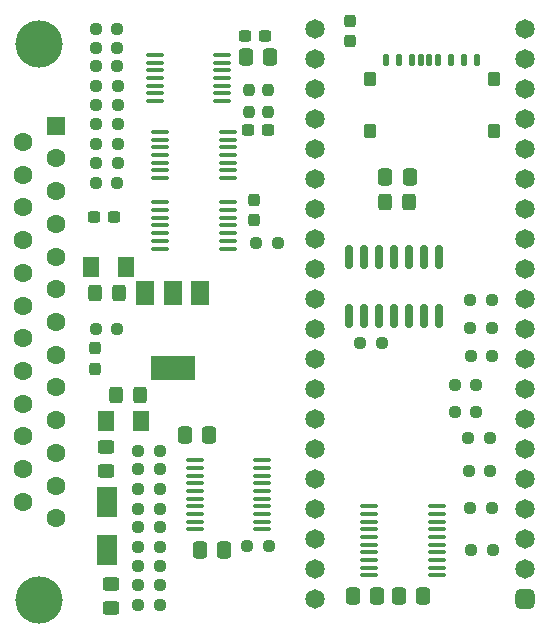
<source format=gbr>
%TF.GenerationSoftware,KiCad,Pcbnew,8.0.4-8.0.4-0~ubuntu22.04.1*%
%TF.CreationDate,2024-07-18T13:03:20-06:00*%
%TF.ProjectId,DB25_External,44423235-5f45-4787-9465-726e616c2e6b,rev?*%
%TF.SameCoordinates,Original*%
%TF.FileFunction,Soldermask,Top*%
%TF.FilePolarity,Negative*%
%FSLAX46Y46*%
G04 Gerber Fmt 4.6, Leading zero omitted, Abs format (unit mm)*
G04 Created by KiCad (PCBNEW 8.0.4-8.0.4-0~ubuntu22.04.1) date 2024-07-18 13:03:20*
%MOMM*%
%LPD*%
G01*
G04 APERTURE LIST*
G04 Aperture macros list*
%AMRoundRect*
0 Rectangle with rounded corners*
0 $1 Rounding radius*
0 $2 $3 $4 $5 $6 $7 $8 $9 X,Y pos of 4 corners*
0 Add a 4 corners polygon primitive as box body*
4,1,4,$2,$3,$4,$5,$6,$7,$8,$9,$2,$3,0*
0 Add four circle primitives for the rounded corners*
1,1,$1+$1,$2,$3*
1,1,$1+$1,$4,$5*
1,1,$1+$1,$6,$7*
1,1,$1+$1,$8,$9*
0 Add four rect primitives between the rounded corners*
20,1,$1+$1,$2,$3,$4,$5,0*
20,1,$1+$1,$4,$5,$6,$7,0*
20,1,$1+$1,$6,$7,$8,$9,0*
20,1,$1+$1,$8,$9,$2,$3,0*%
G04 Aperture macros list end*
%ADD10RoundRect,0.250001X0.462499X0.624999X-0.462499X0.624999X-0.462499X-0.624999X0.462499X-0.624999X0*%
%ADD11R,1.500000X2.000000*%
%ADD12R,3.800000X2.000000*%
%ADD13RoundRect,0.412500X0.412500X0.412500X-0.412500X0.412500X-0.412500X-0.412500X0.412500X-0.412500X0*%
%ADD14C,1.650000*%
%ADD15RoundRect,0.250000X0.325000X0.450000X-0.325000X0.450000X-0.325000X-0.450000X0.325000X-0.450000X0*%
%ADD16RoundRect,0.250000X0.450000X-0.325000X0.450000X0.325000X-0.450000X0.325000X-0.450000X-0.325000X0*%
%ADD17R,1.800000X2.500000*%
%ADD18RoundRect,0.237500X0.250000X0.237500X-0.250000X0.237500X-0.250000X-0.237500X0.250000X-0.237500X0*%
%ADD19RoundRect,0.237500X-0.250000X-0.237500X0.250000X-0.237500X0.250000X0.237500X-0.250000X0.237500X0*%
%ADD20RoundRect,0.237500X-0.237500X0.287500X-0.237500X-0.287500X0.237500X-0.287500X0.237500X0.287500X0*%
%ADD21RoundRect,0.250000X0.337500X0.475000X-0.337500X0.475000X-0.337500X-0.475000X0.337500X-0.475000X0*%
%ADD22RoundRect,0.237500X0.237500X-0.287500X0.237500X0.287500X-0.237500X0.287500X-0.237500X-0.287500X0*%
%ADD23RoundRect,0.100000X0.637500X0.100000X-0.637500X0.100000X-0.637500X-0.100000X0.637500X-0.100000X0*%
%ADD24RoundRect,0.250000X-0.337500X-0.475000X0.337500X-0.475000X0.337500X0.475000X-0.337500X0.475000X0*%
%ADD25RoundRect,0.125000X-0.125000X-0.415000X0.125000X-0.415000X0.125000X0.415000X-0.125000X0.415000X0*%
%ADD26RoundRect,0.262500X-0.262500X-0.337500X0.262500X-0.337500X0.262500X0.337500X-0.262500X0.337500X0*%
%ADD27RoundRect,0.150000X0.150000X-0.825000X0.150000X0.825000X-0.150000X0.825000X-0.150000X-0.825000X0*%
%ADD28RoundRect,0.237500X0.300000X0.237500X-0.300000X0.237500X-0.300000X-0.237500X0.300000X-0.237500X0*%
%ADD29RoundRect,0.100000X-0.637500X-0.100000X0.637500X-0.100000X0.637500X0.100000X-0.637500X0.100000X0*%
%ADD30RoundRect,0.250000X-0.450000X0.325000X-0.450000X-0.325000X0.450000X-0.325000X0.450000X0.325000X0*%
%ADD31C,4.000000*%
%ADD32R,1.600000X1.600000*%
%ADD33C,1.600000*%
%ADD34RoundRect,0.237500X0.237500X-0.300000X0.237500X0.300000X-0.237500X0.300000X-0.237500X-0.300000X0*%
%ADD35RoundRect,0.237500X0.237500X-0.250000X0.237500X0.250000X-0.237500X0.250000X-0.237500X-0.250000X0*%
%ADD36RoundRect,0.237500X-0.237500X0.250000X-0.237500X-0.250000X0.237500X-0.250000X0.237500X0.250000X0*%
G04 APERTURE END LIST*
D10*
%TO.C,C3*%
X113357500Y-95990000D03*
X110382500Y-95990000D03*
%TD*%
%TO.C,C4*%
X114688400Y-109042200D03*
X111713400Y-109042200D03*
%TD*%
D11*
%TO.C,U3*%
X119622600Y-98247200D03*
X117322600Y-98247200D03*
D12*
X117322600Y-104547200D03*
D11*
X115022600Y-98247200D03*
%TD*%
D13*
%TO.C,RP1*%
X147196660Y-124104400D03*
D14*
X147196660Y-121564400D03*
X147196660Y-119024400D03*
X147196660Y-116484400D03*
X147196660Y-113944400D03*
X147196660Y-111404400D03*
X147196660Y-108864400D03*
X147196660Y-106324400D03*
X147196660Y-103784400D03*
X147196660Y-101244400D03*
X147196660Y-98704400D03*
X147196660Y-96164400D03*
X147196660Y-93624400D03*
X147196660Y-91084400D03*
X147196660Y-88544400D03*
X147196660Y-86004400D03*
X147196660Y-83464400D03*
X147196660Y-80924400D03*
X147196660Y-78384400D03*
X147196660Y-75844400D03*
X129416660Y-75844400D03*
X129416660Y-78384400D03*
X129416660Y-80924400D03*
X129416660Y-83464400D03*
X129416660Y-86004400D03*
X129416660Y-88544400D03*
X129416660Y-91084400D03*
X129416660Y-93624400D03*
X129416660Y-96164400D03*
X129416660Y-98704400D03*
X129416660Y-101244400D03*
X129416660Y-103784400D03*
X129416660Y-106324400D03*
X129416660Y-108864400D03*
X129416660Y-111404400D03*
X129416660Y-113944400D03*
X129416660Y-116484400D03*
X129416660Y-119024400D03*
X129416660Y-121564400D03*
X129416660Y-124104400D03*
%TD*%
D15*
%TO.C,C2*%
X112801400Y-98247200D03*
X110751400Y-98247200D03*
%TD*%
%TO.C,C5*%
X114588400Y-106857800D03*
X112538400Y-106857800D03*
%TD*%
D16*
%TO.C,C6*%
X111709200Y-113327400D03*
X111709200Y-111277400D03*
%TD*%
D15*
%TO.C,C12*%
X137352760Y-90533600D03*
X135302760Y-90533600D03*
%TD*%
D17*
%TO.C,D1*%
X111760000Y-119951000D03*
X111760000Y-115951000D03*
%TD*%
D18*
%TO.C,R18*%
X144222500Y-113320000D03*
X142397500Y-113320000D03*
%TD*%
D19*
%TO.C,R39*%
X114405400Y-119748800D03*
X116230400Y-119748800D03*
%TD*%
%TO.C,R4*%
X110843700Y-82270600D03*
X112668700Y-82270600D03*
%TD*%
%TO.C,R33*%
X114405400Y-114821200D03*
X116230400Y-114821200D03*
%TD*%
%TO.C,R36*%
X114405400Y-124600200D03*
X116230400Y-124600200D03*
%TD*%
D18*
%TO.C,R56*%
X112623600Y-101295200D03*
X110798600Y-101295200D03*
%TD*%
D20*
%TO.C,D2*%
X132310000Y-75180000D03*
X132310000Y-76930000D03*
%TD*%
D19*
%TO.C,R5*%
X110843700Y-85598000D03*
X112668700Y-85598000D03*
%TD*%
%TO.C,R35*%
X114405400Y-111570000D03*
X116230400Y-111570000D03*
%TD*%
%TO.C,R1*%
X114405400Y-116497600D03*
X116230400Y-116497600D03*
%TD*%
D21*
%TO.C,C8*%
X134640000Y-123840000D03*
X132565000Y-123840000D03*
%TD*%
D19*
%TO.C,R38*%
X114405400Y-121323600D03*
X116230400Y-121323600D03*
%TD*%
%TO.C,R9*%
X110820200Y-79044800D03*
X112645200Y-79044800D03*
%TD*%
D22*
%TO.C,D3*%
X110794800Y-104634000D03*
X110794800Y-102884000D03*
%TD*%
D19*
%TO.C,R40*%
X114405400Y-118072400D03*
X116230400Y-118072400D03*
%TD*%
D23*
%TO.C,U4*%
X139692500Y-122135000D03*
X139692500Y-121485000D03*
X139692500Y-120835000D03*
X139692500Y-120185000D03*
X139692500Y-119535000D03*
X139692500Y-118885000D03*
X139692500Y-118235000D03*
X139692500Y-117585000D03*
X139692500Y-116935000D03*
X139692500Y-116285000D03*
X133967500Y-116285000D03*
X133967500Y-116935000D03*
X133967500Y-117585000D03*
X133967500Y-118235000D03*
X133967500Y-118885000D03*
X133967500Y-119535000D03*
X133967500Y-120185000D03*
X133967500Y-120835000D03*
X133967500Y-121485000D03*
X133967500Y-122135000D03*
%TD*%
D18*
%TO.C,R13*%
X144340000Y-101230000D03*
X142515000Y-101230000D03*
%TD*%
%TO.C,R19*%
X144370000Y-116450000D03*
X142545000Y-116450000D03*
%TD*%
D24*
%TO.C,C15*%
X118372500Y-110210000D03*
X120447500Y-110210000D03*
%TD*%
D18*
%TO.C,R14*%
X144380000Y-103550000D03*
X142555000Y-103550000D03*
%TD*%
D19*
%TO.C,R11*%
X133217500Y-102450000D03*
X135042500Y-102450000D03*
%TD*%
%TO.C,R3*%
X110845600Y-83947000D03*
X112670600Y-83947000D03*
%TD*%
%TO.C,R7*%
X110816400Y-75895200D03*
X112641400Y-75895200D03*
%TD*%
D24*
%TO.C,C16*%
X123512500Y-78250000D03*
X125587500Y-78250000D03*
%TD*%
D19*
%TO.C,R8*%
X110820200Y-77470000D03*
X112645200Y-77470000D03*
%TD*%
%TO.C,R2*%
X110818300Y-88925400D03*
X112643300Y-88925400D03*
%TD*%
D25*
%TO.C,SD2*%
X135425000Y-78460000D03*
X136525000Y-78460000D03*
X137625000Y-78460000D03*
X138375000Y-78460000D03*
X139075000Y-78460000D03*
X139825000Y-78460000D03*
X140925000Y-78460000D03*
X142025000Y-78460000D03*
X143125000Y-78460000D03*
D26*
X134050000Y-80100000D03*
X134050000Y-84550000D03*
X144500000Y-80100000D03*
X144500000Y-84550000D03*
%TD*%
D18*
%TO.C,R16*%
X143027400Y-108280200D03*
X141202400Y-108280200D03*
%TD*%
D27*
%TO.C,U1*%
X132300000Y-100140000D03*
X133570000Y-100140000D03*
X134840000Y-100140000D03*
X136110000Y-100140000D03*
X137380000Y-100140000D03*
X138650000Y-100140000D03*
X139920000Y-100140000D03*
X139920000Y-95190000D03*
X138650000Y-95190000D03*
X137380000Y-95190000D03*
X136110000Y-95190000D03*
X134840000Y-95190000D03*
X133570000Y-95190000D03*
X132300000Y-95190000D03*
%TD*%
D18*
%TO.C,R17*%
X144195800Y-110490000D03*
X142370800Y-110490000D03*
%TD*%
D24*
%TO.C,C10*%
X136460000Y-123850000D03*
X138535000Y-123850000D03*
%TD*%
D28*
%TO.C,C13*%
X125415000Y-84466850D03*
X123690000Y-84466850D03*
%TD*%
D19*
%TO.C,R10*%
X110843700Y-87198200D03*
X112668700Y-87198200D03*
%TD*%
%TO.C,R34*%
X114405400Y-113144800D03*
X116230400Y-113144800D03*
%TD*%
D29*
%TO.C,U7*%
X115795050Y-78080000D03*
X115795050Y-78730000D03*
X115795050Y-79380000D03*
X115795050Y-80030000D03*
X115795050Y-80680000D03*
X115795050Y-81330000D03*
X115795050Y-81980000D03*
X121520050Y-81980000D03*
X121520050Y-81330000D03*
X121520050Y-80680000D03*
X121520050Y-80030000D03*
X121520050Y-79380000D03*
X121520050Y-78730000D03*
X121520050Y-78080000D03*
%TD*%
D19*
%TO.C,R37*%
X114405400Y-122974600D03*
X116230400Y-122974600D03*
%TD*%
D30*
%TO.C,F2*%
X112115600Y-122825400D03*
X112115600Y-124875400D03*
%TD*%
D21*
%TO.C,C1*%
X137417500Y-88400000D03*
X135342500Y-88400000D03*
%TD*%
D18*
%TO.C,R15*%
X143027400Y-106045000D03*
X141202400Y-106045000D03*
%TD*%
D28*
%TO.C,C7*%
X112393900Y-91821000D03*
X110668900Y-91821000D03*
%TD*%
D19*
%TO.C,R23*%
X124425000Y-93990000D03*
X126250000Y-93990000D03*
%TD*%
D31*
%TO.C,J2*%
X106037131Y-77130600D03*
X106037131Y-124230600D03*
D32*
X107457131Y-84060600D03*
D33*
X107457131Y-86830600D03*
X107457131Y-89600600D03*
X107457131Y-92370600D03*
X107457131Y-95140600D03*
X107457131Y-97910600D03*
X107457131Y-100680600D03*
X107457131Y-103450600D03*
X107457131Y-106220600D03*
X107457131Y-108990600D03*
X107457131Y-111760600D03*
X107457131Y-114530600D03*
X107457131Y-117300600D03*
X104617131Y-85445600D03*
X104617131Y-88215600D03*
X104617131Y-90985600D03*
X104617131Y-93755600D03*
X104617131Y-96525600D03*
X104617131Y-99295600D03*
X104617131Y-102065600D03*
X104617131Y-104835600D03*
X104617131Y-107605600D03*
X104617131Y-110375600D03*
X104617131Y-113145600D03*
X104617131Y-115915600D03*
%TD*%
D18*
%TO.C,R25*%
X125475000Y-119640000D03*
X123650000Y-119640000D03*
%TD*%
D29*
%TO.C,U5*%
X116259700Y-90560000D03*
X116259700Y-91210000D03*
X116259700Y-91860000D03*
X116259700Y-92510000D03*
X116259700Y-93160000D03*
X116259700Y-93810000D03*
X116259700Y-94460000D03*
X121984700Y-94460000D03*
X121984700Y-93810000D03*
X121984700Y-93160000D03*
X121984700Y-92510000D03*
X121984700Y-91860000D03*
X121984700Y-91210000D03*
X121984700Y-90560000D03*
%TD*%
D23*
%TO.C,U9*%
X124932500Y-118235000D03*
X124932500Y-117585000D03*
X124932500Y-116935000D03*
X124932500Y-116285000D03*
X124932500Y-115635000D03*
X124932500Y-114985000D03*
X124932500Y-114335000D03*
X124932500Y-113685000D03*
X124932500Y-113035000D03*
X124932500Y-112385000D03*
X119207500Y-112385000D03*
X119207500Y-113035000D03*
X119207500Y-113685000D03*
X119207500Y-114335000D03*
X119207500Y-114985000D03*
X119207500Y-115635000D03*
X119207500Y-116285000D03*
X119207500Y-116935000D03*
X119207500Y-117585000D03*
X119207500Y-118235000D03*
%TD*%
D29*
%TO.C,U6*%
X116262878Y-84580000D03*
X116262878Y-85230000D03*
X116262878Y-85880000D03*
X116262878Y-86530000D03*
X116262878Y-87180000D03*
X116262878Y-87830000D03*
X116262878Y-88480000D03*
X121987878Y-88480000D03*
X121987878Y-87830000D03*
X121987878Y-87180000D03*
X121987878Y-86530000D03*
X121987878Y-85880000D03*
X121987878Y-85230000D03*
X121987878Y-84580000D03*
%TD*%
D19*
%TO.C,R6*%
X110843700Y-80670400D03*
X112668700Y-80670400D03*
%TD*%
D24*
%TO.C,C11*%
X119609500Y-119944800D03*
X121684500Y-119944800D03*
%TD*%
D34*
%TO.C,C14*%
X124190000Y-92035000D03*
X124190000Y-90310000D03*
%TD*%
D35*
%TO.C,R29*%
X125410084Y-82890084D03*
X125410084Y-81065084D03*
%TD*%
D28*
%TO.C,C9*%
X125172500Y-76480000D03*
X123447500Y-76480000D03*
%TD*%
D18*
%TO.C,R12*%
X144340000Y-98780600D03*
X142515000Y-98780600D03*
%TD*%
%TO.C,R42*%
X144422500Y-119990000D03*
X142597500Y-119990000D03*
%TD*%
D36*
%TO.C,R28*%
X123806084Y-81063184D03*
X123806084Y-82888184D03*
%TD*%
M02*

</source>
